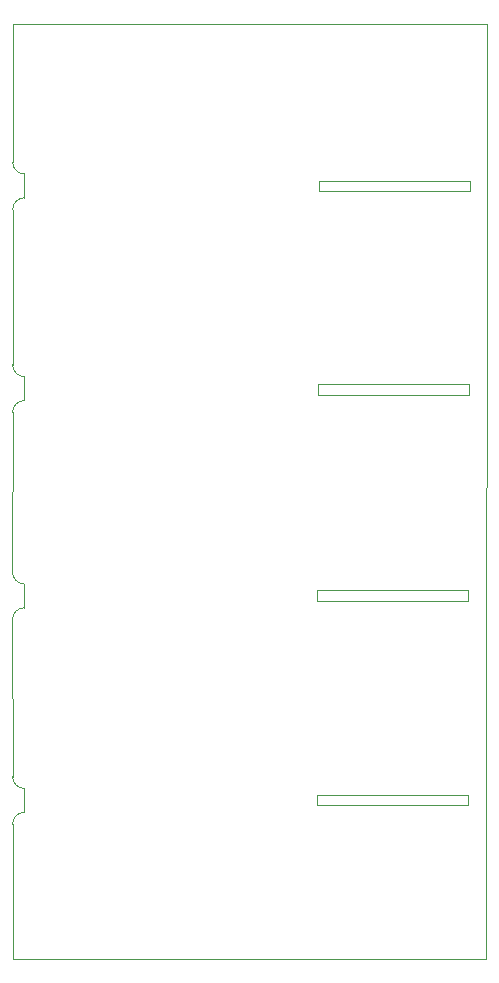
<source format=gbr>
%TF.GenerationSoftware,KiCad,Pcbnew,7.0.5*%
%TF.CreationDate,2023-07-07T20:16:54+02:00*%
%TF.ProjectId,78_1x39_1mm Solr tile,37382c31-7833-4392-9c31-6d6d20536f6c,rev?*%
%TF.SameCoordinates,Original*%
%TF.FileFunction,Profile,NP*%
%FSLAX46Y46*%
G04 Gerber Fmt 4.6, Leading zero omitted, Abs format (unit mm)*
G04 Created by KiCad (PCBNEW 7.0.5) date 2023-07-07 20:16:54*
%MOMM*%
%LPD*%
G01*
G04 APERTURE LIST*
%TA.AperFunction,Profile*%
%ADD10C,0.100000*%
%TD*%
G04 APERTURE END LIST*
D10*
X15958534Y-34368532D02*
X15960000Y-47512893D01*
X15948534Y-86398532D02*
X15950000Y-97820000D01*
X16946601Y-68077601D02*
G75*
G03*
X15946602Y-69076171I-1J-999999D01*
G01*
X16950000Y-85400000D02*
X16950000Y-83382893D01*
X41700000Y-66620000D02*
X54490000Y-66620000D01*
X54490000Y-67500000D01*
X41700000Y-67500000D01*
X41700000Y-66620000D01*
X15960007Y-30352893D02*
G75*
G03*
X16960000Y-31352893I999993J-7D01*
G01*
X41765000Y-83910000D02*
X54555000Y-83910000D01*
X54555000Y-84790000D01*
X41765000Y-84790000D01*
X41765000Y-83910000D01*
X16948533Y-85399993D02*
G75*
G03*
X15948534Y-86398532I-43J-999957D01*
G01*
X16960000Y-33370000D02*
X16960000Y-31352893D01*
X16960000Y-50530000D02*
X16960000Y-48512893D01*
X16958533Y-33369993D02*
G75*
G03*
X15958534Y-34368532I-43J-999957D01*
G01*
X56080000Y-97810000D02*
X56090000Y-18630000D01*
X15958534Y-51528532D02*
X15948068Y-65060532D01*
X15948068Y-65060532D02*
G75*
G03*
X16948068Y-66060532I1000032J32D01*
G01*
X15960007Y-47512893D02*
G75*
G03*
X16960000Y-48512893I999993J-7D01*
G01*
X41865000Y-31950000D02*
X54655000Y-31950000D01*
X54655000Y-32830000D01*
X41865000Y-32830000D01*
X41865000Y-31950000D01*
X15950007Y-82382893D02*
G75*
G03*
X16950000Y-83382893I999993J-7D01*
G01*
X16958533Y-50529993D02*
G75*
G03*
X15958534Y-51528532I-43J-999957D01*
G01*
X15946602Y-69076171D02*
X15950000Y-82382893D01*
X16948068Y-68077639D02*
X16948068Y-66060532D01*
X15960000Y-18620000D02*
X56090000Y-18630000D01*
X41835000Y-49170000D02*
X54625000Y-49170000D01*
X54625000Y-50050000D01*
X41835000Y-50050000D01*
X41835000Y-49170000D01*
X15950000Y-97820000D02*
X56080000Y-97810000D01*
X15960000Y-18620000D02*
X15960000Y-30352893D01*
M02*

</source>
